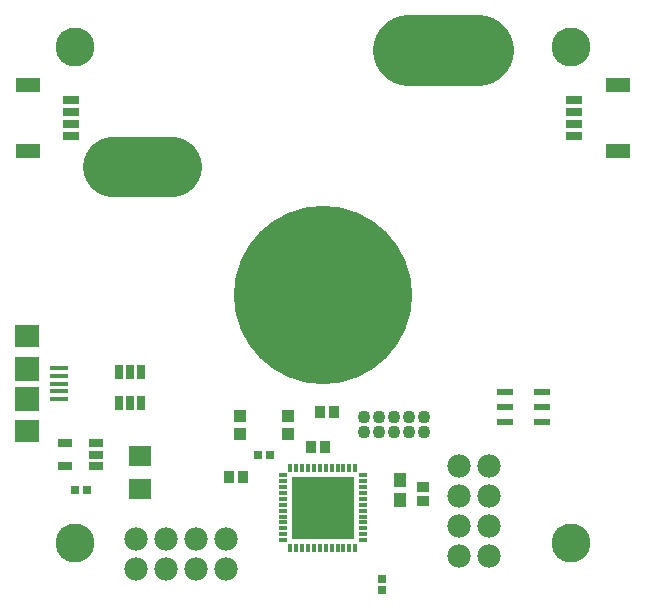
<source format=gbr>
G04 EAGLE Gerber RS-274X export*
G75*
%MOMM*%
%FSLAX34Y34*%
%LPD*%
%INSoldermask Bottom*%
%IPPOS*%
%AMOC8*
5,1,8,0,0,1.08239X$1,22.5*%
G01*
%ADD10C,3.301600*%
%ADD11C,5.117600*%
%ADD12C,6.017600*%
%ADD13C,15.101600*%
%ADD14R,2.101600X1.301600*%
%ADD15R,1.451600X0.701600*%
%ADD16R,1.501600X0.451600*%
%ADD17R,2.001600X1.901600*%
%ADD18R,2.001600X2.001600*%
%ADD19R,1.320800X0.508000*%
%ADD20R,5.251600X5.251600*%
%ADD21R,0.801600X0.351600*%
%ADD22R,0.351600X0.801600*%
%ADD23R,0.701600X0.801600*%
%ADD24R,0.951600X1.001600*%
%ADD25R,1.001600X0.951600*%
%ADD26R,1.101600X1.201600*%
%ADD27C,1.101600*%
%ADD28R,1.001600X1.101600*%
%ADD29R,0.801600X0.701600*%
%ADD30R,1.901600X1.701600*%
%ADD31R,1.201600X0.701600*%
%ADD32C,1.981200*%
%ADD33R,0.651600X1.301600*%


D10*
X60000Y60000D03*
X480000Y480000D03*
X60000Y480000D03*
X480000Y60000D03*
D11*
X142680Y378500D02*
X92520Y378500D01*
D12*
X342020Y477400D02*
X401180Y477400D01*
D13*
X270000Y270000D03*
D14*
X20250Y392000D03*
X20250Y448000D03*
D15*
X57000Y405000D03*
X57000Y415000D03*
X57000Y425000D03*
X57000Y435000D03*
D14*
X519750Y448000D03*
X519750Y392000D03*
D15*
X483000Y435000D03*
X483000Y425000D03*
X483000Y415000D03*
X483000Y405000D03*
D16*
X46500Y182000D03*
X46500Y208000D03*
X46500Y188500D03*
X46500Y195000D03*
X46500Y201500D03*
D17*
X20000Y155000D03*
X20000Y235000D03*
D18*
X20000Y182300D03*
X20000Y207700D03*
D19*
X456002Y187700D03*
X456002Y175000D03*
X456002Y162300D03*
X423998Y162300D03*
X423998Y175000D03*
X423998Y187700D03*
D20*
X270000Y90000D03*
D21*
X304000Y117500D03*
X304000Y112500D03*
X304000Y107500D03*
X304000Y102500D03*
X304000Y97500D03*
X304000Y92500D03*
X304000Y87500D03*
X304000Y82500D03*
X304000Y77500D03*
X304000Y72500D03*
X304000Y67500D03*
X304000Y62500D03*
D22*
X297500Y56000D03*
X292500Y56000D03*
X287500Y56000D03*
X282500Y56000D03*
X277500Y56000D03*
X272500Y56000D03*
X267500Y56000D03*
X262500Y56000D03*
X257500Y56000D03*
X252500Y56000D03*
X247500Y56000D03*
X242500Y56000D03*
D21*
X236000Y62500D03*
X236000Y67500D03*
X236000Y72500D03*
X236000Y77500D03*
X236000Y82500D03*
X236000Y87500D03*
X236000Y92500D03*
X236000Y97500D03*
X236000Y102500D03*
X236000Y107500D03*
X236000Y112500D03*
X236000Y117500D03*
D22*
X242500Y124000D03*
X247500Y124000D03*
X252500Y124000D03*
X257500Y124000D03*
X262500Y124000D03*
X267500Y124000D03*
X272500Y124000D03*
X277500Y124000D03*
X282500Y124000D03*
X287500Y124000D03*
X292500Y124000D03*
X297500Y124000D03*
D23*
X215000Y135000D03*
X225000Y135000D03*
D24*
X271800Y141000D03*
X260200Y141000D03*
X279300Y170650D03*
X267700Y170650D03*
D25*
X354650Y95700D03*
X354650Y107300D03*
D24*
X190700Y116350D03*
X202300Y116350D03*
D26*
X335000Y113500D03*
X335000Y96500D03*
D27*
X342700Y153650D03*
X330000Y153650D03*
X317300Y153650D03*
X304600Y153650D03*
X355400Y153650D03*
X342700Y166350D03*
X330000Y166350D03*
X317300Y166350D03*
X304600Y166350D03*
X355400Y166350D03*
D28*
X240500Y152000D03*
X240500Y168000D03*
X199500Y168000D03*
X199500Y152000D03*
D29*
X320000Y20000D03*
X320000Y30000D03*
D30*
X115000Y134000D03*
X115000Y106000D03*
D31*
X78000Y144500D03*
X78000Y135000D03*
X78000Y125500D03*
X52000Y125500D03*
X52000Y144500D03*
D23*
X70000Y105000D03*
X60000Y105000D03*
D32*
X385300Y125100D03*
X410700Y125100D03*
X385300Y99700D03*
X410700Y99700D03*
X385300Y74300D03*
X410700Y74300D03*
X385300Y48900D03*
X410700Y48900D03*
X111900Y38300D03*
X111900Y63700D03*
X137300Y38300D03*
X137300Y63700D03*
X162700Y38300D03*
X162700Y63700D03*
X188100Y38300D03*
X188100Y63700D03*
D33*
X97500Y205001D03*
X107000Y205001D03*
X116500Y205001D03*
X116500Y178999D03*
X97500Y178999D03*
X107000Y178999D03*
M02*

</source>
